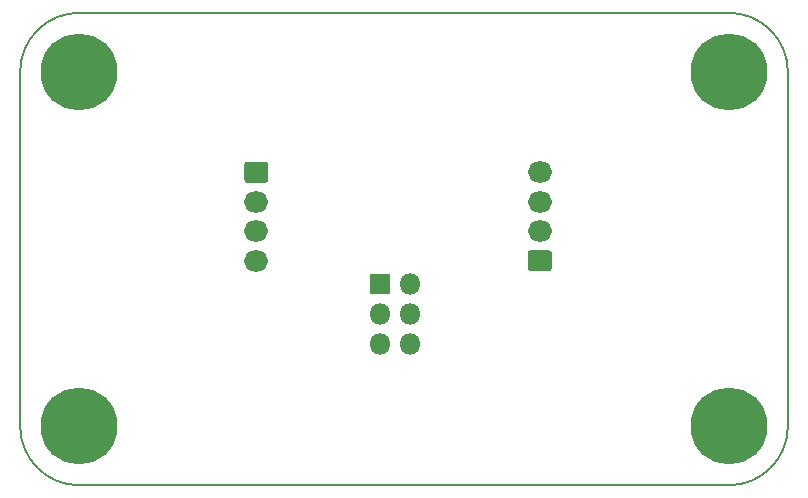
<source format=gbr>
%TF.GenerationSoftware,KiCad,Pcbnew,(5.1.6)-1*%
%TF.CreationDate,2020-12-10T00:03:04+01:00*%
%TF.ProjectId,06_I2C_2_NEOPIXELS,30365f49-3243-45f3-925f-4e454f504958,rev?*%
%TF.SameCoordinates,Original*%
%TF.FileFunction,Soldermask,Bot*%
%TF.FilePolarity,Negative*%
%FSLAX46Y46*%
G04 Gerber Fmt 4.6, Leading zero omitted, Abs format (unit mm)*
G04 Created by KiCad (PCBNEW (5.1.6)-1) date 2020-12-10 00:03:04*
%MOMM*%
%LPD*%
G01*
G04 APERTURE LIST*
%TA.AperFunction,Profile*%
%ADD10C,0.150000*%
%TD*%
%ADD11C,6.500000*%
%ADD12C,0.900000*%
%ADD13O,2.050000X1.800000*%
%ADD14R,1.800000X1.800000*%
%ADD15O,1.800000X1.800000*%
G04 APERTURE END LIST*
D10*
X160000000Y-55000000D02*
G75*
G02*
X165000000Y-60000000I0J-5000000D01*
G01*
X165000000Y-90000000D02*
G75*
G02*
X160000000Y-95000000I-5000000J0D01*
G01*
X105000000Y-95000000D02*
G75*
G02*
X100000000Y-90000000I0J5000000D01*
G01*
X100000000Y-60000000D02*
G75*
G02*
X105000000Y-55000000I5000000J0D01*
G01*
X100000000Y-90000000D02*
X100000000Y-60000000D01*
X160000000Y-95000000D02*
X105000000Y-95000000D01*
X165000000Y-60000000D02*
X165000000Y-90000000D01*
X105000000Y-55000000D02*
X160000000Y-55000000D01*
D11*
%TO.C,H1*%
X105000000Y-60000000D03*
D12*
X107400000Y-60000000D03*
X106697056Y-61697056D03*
X105000000Y-62400000D03*
X103302944Y-61697056D03*
X102600000Y-60000000D03*
X103302944Y-58302944D03*
X105000000Y-57600000D03*
X106697056Y-58302944D03*
%TD*%
%TO.C,H2*%
X161697056Y-58302944D03*
X160000000Y-57600000D03*
X158302944Y-58302944D03*
X157600000Y-60000000D03*
X158302944Y-61697056D03*
X160000000Y-62400000D03*
X161697056Y-61697056D03*
X162400000Y-60000000D03*
D11*
X160000000Y-60000000D03*
%TD*%
D12*
%TO.C,H3*%
X161697056Y-88302944D03*
X160000000Y-87600000D03*
X158302944Y-88302944D03*
X157600000Y-90000000D03*
X158302944Y-91697056D03*
X160000000Y-92400000D03*
X161697056Y-91697056D03*
X162400000Y-90000000D03*
D11*
X160000000Y-90000000D03*
%TD*%
%TO.C,H4*%
X105000000Y-90000000D03*
D12*
X107400000Y-90000000D03*
X106697056Y-91697056D03*
X105000000Y-92400000D03*
X103302944Y-91697056D03*
X102600000Y-90000000D03*
X103302944Y-88302944D03*
X105000000Y-87600000D03*
X106697056Y-88302944D03*
%TD*%
%TO.C,J1*%
G36*
G01*
X144760294Y-76900000D02*
X143239706Y-76900000D01*
G75*
G02*
X142975000Y-76635294I0J264706D01*
G01*
X142975000Y-75364706D01*
G75*
G02*
X143239706Y-75100000I264706J0D01*
G01*
X144760294Y-75100000D01*
G75*
G02*
X145025000Y-75364706I0J-264706D01*
G01*
X145025000Y-76635294D01*
G75*
G02*
X144760294Y-76900000I-264706J0D01*
G01*
G37*
D13*
X144000000Y-73500000D03*
X144000000Y-71000000D03*
X144000000Y-68500000D03*
%TD*%
%TO.C,J2*%
X120000000Y-76000000D03*
X120000000Y-73500000D03*
X120000000Y-71000000D03*
G36*
G01*
X119239706Y-67600000D02*
X120760294Y-67600000D01*
G75*
G02*
X121025000Y-67864706I0J-264706D01*
G01*
X121025000Y-69135294D01*
G75*
G02*
X120760294Y-69400000I-264706J0D01*
G01*
X119239706Y-69400000D01*
G75*
G02*
X118975000Y-69135294I0J264706D01*
G01*
X118975000Y-67864706D01*
G75*
G02*
X119239706Y-67600000I264706J0D01*
G01*
G37*
%TD*%
D14*
%TO.C,J3*%
X130500000Y-78000000D03*
D15*
X133040000Y-78000000D03*
X130500000Y-80540000D03*
X133040000Y-80540000D03*
X130500000Y-83080000D03*
X133040000Y-83080000D03*
%TD*%
M02*

</source>
